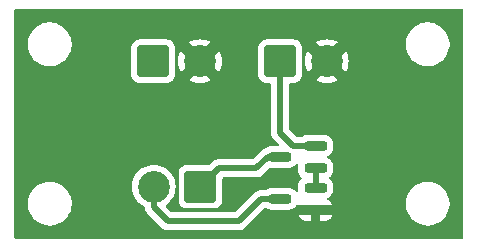
<source format=gbr>
%TF.GenerationSoftware,KiCad,Pcbnew,8.0.2*%
%TF.CreationDate,2025-01-10T12:21:57+08:00*%
%TF.ProjectId,LED_driver,4c45445f-6472-4697-9665-722e6b696361,rev?*%
%TF.SameCoordinates,Original*%
%TF.FileFunction,Copper,L2,Bot*%
%TF.FilePolarity,Positive*%
%FSLAX46Y46*%
G04 Gerber Fmt 4.6, Leading zero omitted, Abs format (unit mm)*
G04 Created by KiCad (PCBNEW 8.0.2) date 2025-01-10 12:21:57*
%MOMM*%
%LPD*%
G01*
G04 APERTURE LIST*
G04 Aperture macros list*
%AMRoundRect*
0 Rectangle with rounded corners*
0 $1 Rounding radius*
0 $2 $3 $4 $5 $6 $7 $8 $9 X,Y pos of 4 corners*
0 Add a 4 corners polygon primitive as box body*
4,1,4,$2,$3,$4,$5,$6,$7,$8,$9,$2,$3,0*
0 Add four circle primitives for the rounded corners*
1,1,$1+$1,$2,$3*
1,1,$1+$1,$4,$5*
1,1,$1+$1,$6,$7*
1,1,$1+$1,$8,$9*
0 Add four rect primitives between the rounded corners*
20,1,$1+$1,$2,$3,$4,$5,0*
20,1,$1+$1,$4,$5,$6,$7,0*
20,1,$1+$1,$6,$7,$8,$9,0*
20,1,$1+$1,$8,$9,$2,$3,0*%
G04 Aperture macros list end*
%TA.AperFunction,ComponentPad*%
%ADD10RoundRect,0.250001X1.099999X1.099999X-1.099999X1.099999X-1.099999X-1.099999X1.099999X-1.099999X0*%
%TD*%
%TA.AperFunction,ComponentPad*%
%ADD11C,2.700000*%
%TD*%
%TA.AperFunction,ComponentPad*%
%ADD12RoundRect,0.250001X-1.099999X-1.099999X1.099999X-1.099999X1.099999X1.099999X-1.099999X1.099999X0*%
%TD*%
%TA.AperFunction,SMDPad,CuDef*%
%ADD13RoundRect,0.200000X0.750000X0.200000X-0.750000X0.200000X-0.750000X-0.200000X0.750000X-0.200000X0*%
%TD*%
%TA.AperFunction,Conductor*%
%ADD14C,0.508000*%
%TD*%
G04 APERTURE END LIST*
D10*
%TO.P,J3,1,Pin_1*%
%TO.N,+12V*%
X116257500Y-80550000D03*
D11*
%TO.P,J3,2,Pin_2*%
%TO.N,/LED-*%
X112297500Y-80550000D03*
%TD*%
D12*
%TO.P,J2,1,Pin_1*%
%TO.N,/SIGNAL*%
X122992500Y-69950000D03*
D11*
%TO.P,J2,2,Pin_2*%
%TO.N,GND*%
X126952500Y-69950000D03*
%TD*%
D12*
%TO.P,J1,1,Pin_1*%
%TO.N,+12V*%
X112242500Y-69950000D03*
D11*
%TO.P,J1,2,Pin_2*%
%TO.N,GND*%
X116202500Y-69950000D03*
%TD*%
D13*
%TO.P,Q3,1,G*%
%TO.N,Net-(Q1-E)*%
X126000000Y-80650000D03*
%TO.P,Q3,2,S*%
%TO.N,GND*%
X126000000Y-82550000D03*
%TO.P,Q3,3,D*%
%TO.N,/LED-*%
X123000000Y-81600000D03*
%TD*%
%TO.P,Q1,1,B*%
%TO.N,/SIGNAL*%
X126000000Y-77100000D03*
%TO.P,Q1,2,E*%
%TO.N,Net-(Q1-E)*%
X126000000Y-79000000D03*
%TO.P,Q1,3,C*%
%TO.N,+12V*%
X123000000Y-78050000D03*
%TD*%
D14*
%TO.N,+12V*%
X121000000Y-79000000D02*
X117807500Y-79000000D01*
X121950000Y-78050000D02*
X121000000Y-79000000D01*
X123000000Y-78050000D02*
X121950000Y-78050000D01*
X117807500Y-79000000D02*
X116257500Y-80550000D01*
%TO.N,/SIGNAL*%
X124100000Y-77100000D02*
X122992500Y-75992500D01*
X126000000Y-77100000D02*
X124100000Y-77100000D01*
X122992500Y-75992500D02*
X122992500Y-69950000D01*
%TO.N,/LED-*%
X123000000Y-81600000D02*
X121400000Y-81600000D01*
X121400000Y-81600000D02*
X119500000Y-83500000D01*
X113500000Y-83500000D02*
X112297500Y-82297500D01*
X119500000Y-83500000D02*
X113500000Y-83500000D01*
X112297500Y-82297500D02*
X112297500Y-80550000D01*
%TO.N,Net-(Q1-E)*%
X126000000Y-79000000D02*
X126000000Y-80650000D01*
%TD*%
%TA.AperFunction,Conductor*%
%TO.N,GND*%
G36*
X138442539Y-65520185D02*
G01*
X138488294Y-65572989D01*
X138499500Y-65624500D01*
X138499500Y-84875500D01*
X138479815Y-84942539D01*
X138427011Y-84988294D01*
X138375500Y-84999500D01*
X100624500Y-84999500D01*
X100557461Y-84979815D01*
X100511706Y-84927011D01*
X100500500Y-84875500D01*
X100500500Y-81878711D01*
X101649500Y-81878711D01*
X101649500Y-82121288D01*
X101681161Y-82361785D01*
X101743947Y-82596104D01*
X101836773Y-82820205D01*
X101836776Y-82820212D01*
X101958064Y-83030289D01*
X101958066Y-83030292D01*
X101958067Y-83030293D01*
X102105733Y-83222736D01*
X102105739Y-83222743D01*
X102277256Y-83394260D01*
X102277262Y-83394265D01*
X102469711Y-83541936D01*
X102679788Y-83663224D01*
X102903900Y-83756054D01*
X103138211Y-83818838D01*
X103318586Y-83842584D01*
X103378711Y-83850500D01*
X103378712Y-83850500D01*
X103621289Y-83850500D01*
X103669388Y-83844167D01*
X103861789Y-83818838D01*
X104096100Y-83756054D01*
X104320212Y-83663224D01*
X104530289Y-83541936D01*
X104722738Y-83394265D01*
X104894265Y-83222738D01*
X105041936Y-83030289D01*
X105163224Y-82820212D01*
X105256054Y-82596100D01*
X105318838Y-82361789D01*
X105350500Y-82121288D01*
X105350500Y-81878712D01*
X105347589Y-81856604D01*
X105340506Y-81802796D01*
X105318838Y-81638211D01*
X105256054Y-81403900D01*
X105163224Y-81179788D01*
X105041936Y-80969711D01*
X104946625Y-80845499D01*
X104894266Y-80777263D01*
X104894260Y-80777256D01*
X104722743Y-80605739D01*
X104722736Y-80605733D01*
X104650100Y-80549998D01*
X110442273Y-80549998D01*
X110442273Y-80550001D01*
X110461157Y-80814027D01*
X110461158Y-80814034D01*
X110517421Y-81072673D01*
X110609926Y-81320690D01*
X110609928Y-81320694D01*
X110736780Y-81553005D01*
X110736785Y-81553013D01*
X110895406Y-81764907D01*
X110895422Y-81764925D01*
X111082574Y-81952077D01*
X111082592Y-81952093D01*
X111294486Y-82110714D01*
X111294494Y-82110719D01*
X111309028Y-82118655D01*
X111478427Y-82211154D01*
X111527831Y-82260558D01*
X111542999Y-82319985D01*
X111542999Y-82371812D01*
X111542999Y-82371814D01*
X111542998Y-82371814D01*
X111571993Y-82517573D01*
X111571996Y-82517583D01*
X111628866Y-82654881D01*
X111628872Y-82654892D01*
X111711442Y-82778468D01*
X111711443Y-82778469D01*
X112909600Y-83976624D01*
X112909621Y-83976647D01*
X113019029Y-84086055D01*
X113019032Y-84086057D01*
X113019034Y-84086059D01*
X113101605Y-84141230D01*
X113142611Y-84168630D01*
X113223043Y-84201945D01*
X113223044Y-84201946D01*
X113246603Y-84211704D01*
X113279920Y-84225505D01*
X113279929Y-84225506D01*
X113279930Y-84225507D01*
X113304103Y-84230315D01*
X113304110Y-84230316D01*
X113425686Y-84254501D01*
X113425688Y-84254501D01*
X113580426Y-84254501D01*
X113580446Y-84254500D01*
X119419554Y-84254500D01*
X119419574Y-84254501D01*
X119425688Y-84254501D01*
X119574314Y-84254501D01*
X119695894Y-84230315D01*
X119695894Y-84230316D01*
X119695900Y-84230313D01*
X119720080Y-84225505D01*
X119755942Y-84210649D01*
X119776944Y-84201951D01*
X119776947Y-84201949D01*
X119776955Y-84201946D01*
X119857389Y-84168630D01*
X119980966Y-84086059D01*
X121117024Y-82950000D01*
X124579123Y-82950000D01*
X124606979Y-83039392D01*
X124606981Y-83039396D01*
X124694927Y-83184877D01*
X124815122Y-83305072D01*
X124960604Y-83393019D01*
X124960603Y-83393019D01*
X125122894Y-83443590D01*
X125122893Y-83443590D01*
X125193427Y-83449999D01*
X125599999Y-83449999D01*
X126400000Y-83449999D01*
X126806581Y-83449999D01*
X126877102Y-83443591D01*
X126877107Y-83443590D01*
X127039396Y-83393018D01*
X127184877Y-83305072D01*
X127305072Y-83184877D01*
X127393018Y-83039396D01*
X127393020Y-83039392D01*
X127420876Y-82950000D01*
X126400000Y-82950000D01*
X126400000Y-83449999D01*
X125599999Y-83449999D01*
X125600000Y-83449998D01*
X125600000Y-82950000D01*
X124579123Y-82950000D01*
X121117024Y-82950000D01*
X121676205Y-82390818D01*
X121737528Y-82357334D01*
X121763886Y-82354500D01*
X121778640Y-82354500D01*
X121842788Y-82372382D01*
X121960394Y-82443478D01*
X122122804Y-82494086D01*
X122193384Y-82500500D01*
X122193387Y-82500500D01*
X123806613Y-82500500D01*
X123806616Y-82500500D01*
X123877196Y-82494086D01*
X124039606Y-82443478D01*
X124185185Y-82355472D01*
X124305472Y-82235185D01*
X124361160Y-82143066D01*
X124412686Y-82095881D01*
X124481545Y-82084042D01*
X124545874Y-82111311D01*
X124567151Y-82133728D01*
X124579124Y-82150000D01*
X127420876Y-82150000D01*
X127420876Y-82149999D01*
X127393020Y-82060607D01*
X127393018Y-82060603D01*
X127305072Y-81915122D01*
X127268661Y-81878711D01*
X133649500Y-81878711D01*
X133649500Y-82121288D01*
X133681161Y-82361785D01*
X133743947Y-82596104D01*
X133836773Y-82820205D01*
X133836776Y-82820212D01*
X133958064Y-83030289D01*
X133958066Y-83030292D01*
X133958067Y-83030293D01*
X134105733Y-83222736D01*
X134105739Y-83222743D01*
X134277256Y-83394260D01*
X134277262Y-83394265D01*
X134469711Y-83541936D01*
X134679788Y-83663224D01*
X134903900Y-83756054D01*
X135138211Y-83818838D01*
X135318586Y-83842584D01*
X135378711Y-83850500D01*
X135378712Y-83850500D01*
X135621289Y-83850500D01*
X135669388Y-83844167D01*
X135861789Y-83818838D01*
X136096100Y-83756054D01*
X136320212Y-83663224D01*
X136530289Y-83541936D01*
X136722738Y-83394265D01*
X136894265Y-83222738D01*
X137041936Y-83030289D01*
X137163224Y-82820212D01*
X137256054Y-82596100D01*
X137318838Y-82361789D01*
X137350500Y-82121288D01*
X137350500Y-81878712D01*
X137347589Y-81856604D01*
X137340506Y-81802796D01*
X137318838Y-81638211D01*
X137256054Y-81403900D01*
X137163224Y-81179788D01*
X137041936Y-80969711D01*
X136946625Y-80845499D01*
X136894266Y-80777263D01*
X136894260Y-80777256D01*
X136722743Y-80605739D01*
X136722736Y-80605733D01*
X136530293Y-80458067D01*
X136530292Y-80458066D01*
X136530289Y-80458064D01*
X136320212Y-80336776D01*
X136286481Y-80322804D01*
X136096104Y-80243947D01*
X135861785Y-80181161D01*
X135621289Y-80149500D01*
X135621288Y-80149500D01*
X135378712Y-80149500D01*
X135378711Y-80149500D01*
X135138214Y-80181161D01*
X134903895Y-80243947D01*
X134679794Y-80336773D01*
X134679785Y-80336777D01*
X134469706Y-80458067D01*
X134277263Y-80605733D01*
X134277256Y-80605739D01*
X134105739Y-80777256D01*
X134105733Y-80777263D01*
X133958067Y-80969706D01*
X133836777Y-81179785D01*
X133836773Y-81179794D01*
X133743947Y-81403895D01*
X133681161Y-81638214D01*
X133649500Y-81878711D01*
X127268661Y-81878711D01*
X127184877Y-81794927D01*
X127038451Y-81706409D01*
X126991263Y-81654881D01*
X126979425Y-81586021D01*
X127006694Y-81521693D01*
X127038451Y-81494175D01*
X127039601Y-81493479D01*
X127039606Y-81493478D01*
X127185185Y-81405472D01*
X127305472Y-81285185D01*
X127393478Y-81139606D01*
X127444086Y-80977196D01*
X127450500Y-80906616D01*
X127450500Y-80393384D01*
X127444086Y-80322804D01*
X127393478Y-80160394D01*
X127305472Y-80014815D01*
X127305470Y-80014813D01*
X127305469Y-80014811D01*
X127203339Y-79912681D01*
X127169854Y-79851358D01*
X127174838Y-79781666D01*
X127203339Y-79737319D01*
X127305468Y-79635189D01*
X127305469Y-79635188D01*
X127305472Y-79635185D01*
X127393478Y-79489606D01*
X127444086Y-79327196D01*
X127450500Y-79256616D01*
X127450500Y-78743384D01*
X127444086Y-78672804D01*
X127393478Y-78510394D01*
X127305472Y-78364815D01*
X127305470Y-78364813D01*
X127305469Y-78364811D01*
X127185188Y-78244530D01*
X127126714Y-78209181D01*
X127039606Y-78156522D01*
X127039603Y-78156521D01*
X127038935Y-78156117D01*
X126991747Y-78104589D01*
X126979909Y-78035730D01*
X127007178Y-77971401D01*
X127038935Y-77943883D01*
X127039603Y-77943478D01*
X127039606Y-77943478D01*
X127185185Y-77855472D01*
X127305472Y-77735185D01*
X127393478Y-77589606D01*
X127444086Y-77427196D01*
X127450500Y-77356616D01*
X127450500Y-76843384D01*
X127444086Y-76772804D01*
X127393478Y-76610394D01*
X127305472Y-76464815D01*
X127305470Y-76464813D01*
X127305469Y-76464811D01*
X127185188Y-76344530D01*
X127039606Y-76256522D01*
X126877196Y-76205914D01*
X126877194Y-76205913D01*
X126877192Y-76205913D01*
X126827778Y-76201423D01*
X126806616Y-76199500D01*
X125193384Y-76199500D01*
X125174145Y-76201248D01*
X125122807Y-76205913D01*
X124960393Y-76256522D01*
X124939000Y-76269455D01*
X124842788Y-76327617D01*
X124778640Y-76345500D01*
X124463886Y-76345500D01*
X124396847Y-76325815D01*
X124376205Y-76309181D01*
X123783319Y-75716294D01*
X123749834Y-75654971D01*
X123747000Y-75628613D01*
X123747000Y-71924500D01*
X123766685Y-71857461D01*
X123819489Y-71811706D01*
X123871000Y-71800500D01*
X124142503Y-71800500D01*
X124142508Y-71800500D01*
X124245297Y-71789999D01*
X124411834Y-71734814D01*
X124561155Y-71642711D01*
X124685211Y-71518655D01*
X124777314Y-71369334D01*
X124832499Y-71202797D01*
X124843000Y-71100008D01*
X124843000Y-69949998D01*
X125097774Y-69949998D01*
X125097774Y-69950001D01*
X125116652Y-70213960D01*
X125172900Y-70472528D01*
X125265384Y-70720486D01*
X125339384Y-70856006D01*
X125339385Y-70856006D01*
X126112317Y-70083074D01*
X126135165Y-70197936D01*
X126199240Y-70352626D01*
X126292262Y-70491844D01*
X126410656Y-70610238D01*
X126549874Y-70703260D01*
X126704564Y-70767335D01*
X126819424Y-70790182D01*
X126046491Y-71563114D01*
X126182018Y-71637117D01*
X126429971Y-71729599D01*
X126688539Y-71785847D01*
X126952499Y-71804726D01*
X126952501Y-71804726D01*
X127216460Y-71785847D01*
X127475028Y-71729599D01*
X127722984Y-71637116D01*
X127858507Y-71563114D01*
X127085575Y-70790182D01*
X127200436Y-70767335D01*
X127355126Y-70703260D01*
X127494344Y-70610238D01*
X127612738Y-70491844D01*
X127705760Y-70352626D01*
X127769835Y-70197936D01*
X127792682Y-70083075D01*
X128565614Y-70856007D01*
X128639616Y-70720484D01*
X128732099Y-70472528D01*
X128788347Y-70213960D01*
X128807226Y-69950001D01*
X128807226Y-69949998D01*
X128788347Y-69686039D01*
X128732099Y-69427471D01*
X128639617Y-69179519D01*
X128639617Y-69179518D01*
X128565614Y-69043991D01*
X127792682Y-69816923D01*
X127769835Y-69702064D01*
X127705760Y-69547374D01*
X127612738Y-69408156D01*
X127494344Y-69289762D01*
X127355126Y-69196740D01*
X127200436Y-69132665D01*
X127085575Y-69109817D01*
X127816680Y-68378711D01*
X133649500Y-68378711D01*
X133649500Y-68621288D01*
X133681161Y-68861785D01*
X133743947Y-69096104D01*
X133824163Y-69289762D01*
X133836776Y-69320212D01*
X133958064Y-69530289D01*
X133958066Y-69530292D01*
X133958067Y-69530293D01*
X134105733Y-69722736D01*
X134105739Y-69722743D01*
X134277256Y-69894260D01*
X134277262Y-69894265D01*
X134469711Y-70041936D01*
X134679788Y-70163224D01*
X134903900Y-70256054D01*
X135138211Y-70318838D01*
X135318586Y-70342584D01*
X135378711Y-70350500D01*
X135378712Y-70350500D01*
X135621289Y-70350500D01*
X135669388Y-70344167D01*
X135861789Y-70318838D01*
X136096100Y-70256054D01*
X136320212Y-70163224D01*
X136530289Y-70041936D01*
X136722738Y-69894265D01*
X136894265Y-69722738D01*
X137041936Y-69530289D01*
X137163224Y-69320212D01*
X137256054Y-69096100D01*
X137318838Y-68861789D01*
X137350500Y-68621288D01*
X137350500Y-68378712D01*
X137344993Y-68336885D01*
X137334514Y-68257286D01*
X137318838Y-68138211D01*
X137256054Y-67903900D01*
X137163224Y-67679788D01*
X137041936Y-67469711D01*
X136894265Y-67277262D01*
X136894260Y-67277256D01*
X136722743Y-67105739D01*
X136722736Y-67105733D01*
X136530293Y-66958067D01*
X136530292Y-66958066D01*
X136530289Y-66958064D01*
X136320212Y-66836776D01*
X136320205Y-66836773D01*
X136096104Y-66743947D01*
X135861785Y-66681161D01*
X135621289Y-66649500D01*
X135621288Y-66649500D01*
X135378712Y-66649500D01*
X135378711Y-66649500D01*
X135138214Y-66681161D01*
X134903895Y-66743947D01*
X134679794Y-66836773D01*
X134679785Y-66836777D01*
X134469706Y-66958067D01*
X134277263Y-67105733D01*
X134277256Y-67105739D01*
X134105739Y-67277256D01*
X134105733Y-67277263D01*
X133958067Y-67469706D01*
X133836777Y-67679785D01*
X133836773Y-67679794D01*
X133743947Y-67903895D01*
X133681161Y-68138214D01*
X133649500Y-68378711D01*
X127816680Y-68378711D01*
X127858506Y-68336885D01*
X127858506Y-68336884D01*
X127722986Y-68262884D01*
X127722987Y-68262884D01*
X127475028Y-68170400D01*
X127216460Y-68114152D01*
X126952501Y-68095274D01*
X126952499Y-68095274D01*
X126688539Y-68114152D01*
X126429971Y-68170400D01*
X126182013Y-68262884D01*
X126046492Y-68336884D01*
X126046492Y-68336885D01*
X126819424Y-69109817D01*
X126704564Y-69132665D01*
X126549874Y-69196740D01*
X126410656Y-69289762D01*
X126292262Y-69408156D01*
X126199240Y-69547374D01*
X126135165Y-69702064D01*
X126112317Y-69816924D01*
X125339385Y-69043992D01*
X125339384Y-69043992D01*
X125265384Y-69179513D01*
X125172900Y-69427471D01*
X125116652Y-69686039D01*
X125097774Y-69949998D01*
X124843000Y-69949998D01*
X124843000Y-68799992D01*
X124832499Y-68697203D01*
X124777314Y-68530666D01*
X124685211Y-68381345D01*
X124561155Y-68257289D01*
X124561151Y-68257286D01*
X124411837Y-68165187D01*
X124411835Y-68165186D01*
X124328565Y-68137593D01*
X124245297Y-68110001D01*
X124245295Y-68110000D01*
X124142515Y-68099500D01*
X124142508Y-68099500D01*
X121842492Y-68099500D01*
X121842484Y-68099500D01*
X121739704Y-68110000D01*
X121739703Y-68110001D01*
X121573164Y-68165186D01*
X121573162Y-68165187D01*
X121423848Y-68257286D01*
X121423844Y-68257289D01*
X121299789Y-68381344D01*
X121299786Y-68381348D01*
X121207687Y-68530662D01*
X121207686Y-68530664D01*
X121152501Y-68697203D01*
X121152500Y-68697204D01*
X121142000Y-68799984D01*
X121142000Y-71100015D01*
X121152500Y-71202795D01*
X121152501Y-71202796D01*
X121207686Y-71369335D01*
X121207687Y-71369337D01*
X121299786Y-71518651D01*
X121299789Y-71518655D01*
X121423844Y-71642710D01*
X121423848Y-71642713D01*
X121573162Y-71734812D01*
X121573164Y-71734813D01*
X121573166Y-71734814D01*
X121739703Y-71789999D01*
X121842492Y-71800500D01*
X122114000Y-71800500D01*
X122181039Y-71820185D01*
X122226794Y-71872989D01*
X122238000Y-71924500D01*
X122238000Y-75913052D01*
X122237999Y-75913078D01*
X122237999Y-75918188D01*
X122237999Y-76066812D01*
X122262184Y-76188394D01*
X122264393Y-76199500D01*
X122266995Y-76212580D01*
X122266995Y-76212581D01*
X122290553Y-76269455D01*
X122314644Y-76327617D01*
X122323870Y-76349889D01*
X122378917Y-76432273D01*
X122406442Y-76473468D01*
X122406443Y-76473469D01*
X122870794Y-76937819D01*
X122904279Y-76999142D01*
X122899295Y-77068833D01*
X122857424Y-77124767D01*
X122791959Y-77149184D01*
X122783113Y-77149500D01*
X122193384Y-77149500D01*
X122174145Y-77151248D01*
X122122807Y-77155913D01*
X121960393Y-77206522D01*
X121808397Y-77298408D01*
X121807819Y-77297451D01*
X121763446Y-77317825D01*
X121754115Y-77319682D01*
X121754103Y-77319684D01*
X121729926Y-77324492D01*
X121729917Y-77324495D01*
X121673045Y-77348052D01*
X121673045Y-77348053D01*
X121592611Y-77381370D01*
X121592609Y-77381371D01*
X121469033Y-77463941D01*
X121416487Y-77516487D01*
X121363941Y-77569034D01*
X120723794Y-78209181D01*
X120662471Y-78242666D01*
X120636113Y-78245500D01*
X117887946Y-78245500D01*
X117887926Y-78245499D01*
X117881812Y-78245499D01*
X117733188Y-78245499D01*
X117733186Y-78245499D01*
X117611605Y-78269684D01*
X117597040Y-78272581D01*
X117587418Y-78274495D01*
X117587417Y-78274495D01*
X117530545Y-78298053D01*
X117450114Y-78331368D01*
X117326531Y-78413942D01*
X117326530Y-78413943D01*
X117077294Y-78663181D01*
X117015971Y-78696666D01*
X116989613Y-78699500D01*
X115107484Y-78699500D01*
X115004704Y-78710000D01*
X115004703Y-78710001D01*
X114838164Y-78765186D01*
X114838162Y-78765187D01*
X114688848Y-78857286D01*
X114688844Y-78857289D01*
X114564789Y-78981344D01*
X114564786Y-78981348D01*
X114472687Y-79130662D01*
X114472686Y-79130664D01*
X114417501Y-79297203D01*
X114417500Y-79297204D01*
X114407000Y-79399984D01*
X114407000Y-81700015D01*
X114417500Y-81802795D01*
X114417501Y-81802796D01*
X114472686Y-81969335D01*
X114472687Y-81969337D01*
X114564786Y-82118651D01*
X114564789Y-82118655D01*
X114688844Y-82242710D01*
X114688848Y-82242713D01*
X114838162Y-82334812D01*
X114838164Y-82334813D01*
X114838166Y-82334814D01*
X115004703Y-82389999D01*
X115107492Y-82400500D01*
X115107497Y-82400500D01*
X117407503Y-82400500D01*
X117407508Y-82400500D01*
X117510297Y-82389999D01*
X117676834Y-82334814D01*
X117826155Y-82242711D01*
X117950211Y-82118655D01*
X118042314Y-81969334D01*
X118097499Y-81802797D01*
X118108000Y-81700008D01*
X118108000Y-79878500D01*
X118127685Y-79811461D01*
X118180489Y-79765706D01*
X118232000Y-79754500D01*
X120919554Y-79754500D01*
X120919574Y-79754501D01*
X120925688Y-79754501D01*
X121074314Y-79754501D01*
X121195894Y-79730315D01*
X121195894Y-79730316D01*
X121195900Y-79730313D01*
X121220080Y-79725505D01*
X121255942Y-79710649D01*
X121276944Y-79701951D01*
X121276947Y-79701949D01*
X121276955Y-79701946D01*
X121357389Y-79668630D01*
X121480966Y-79586059D01*
X122081863Y-78985160D01*
X122143184Y-78951677D01*
X122180766Y-78949353D01*
X122193384Y-78950500D01*
X122193385Y-78950500D01*
X123806613Y-78950500D01*
X123806616Y-78950500D01*
X123877196Y-78944086D01*
X124039606Y-78893478D01*
X124185185Y-78805472D01*
X124305472Y-78685185D01*
X124320607Y-78660147D01*
X124372132Y-78612962D01*
X124440991Y-78601122D01*
X124505320Y-78628389D01*
X124544695Y-78686107D01*
X124550215Y-78735510D01*
X124549500Y-78743385D01*
X124549500Y-79256613D01*
X124555913Y-79327192D01*
X124555913Y-79327194D01*
X124555914Y-79327196D01*
X124578595Y-79399984D01*
X124606522Y-79489606D01*
X124694530Y-79635188D01*
X124796661Y-79737319D01*
X124830146Y-79798642D01*
X124825162Y-79868334D01*
X124796661Y-79912681D01*
X124694531Y-80014810D01*
X124694530Y-80014811D01*
X124606522Y-80160393D01*
X124555913Y-80322807D01*
X124549500Y-80393386D01*
X124549500Y-80906613D01*
X124550215Y-80914488D01*
X124536673Y-80983033D01*
X124488223Y-81033375D01*
X124420247Y-81049532D01*
X124354327Y-81026373D01*
X124320606Y-80989850D01*
X124316485Y-80983033D01*
X124305472Y-80964815D01*
X124305471Y-80964814D01*
X124305468Y-80964810D01*
X124185188Y-80844530D01*
X124039606Y-80756522D01*
X123877196Y-80705914D01*
X123877194Y-80705913D01*
X123877192Y-80705913D01*
X123827778Y-80701423D01*
X123806616Y-80699500D01*
X122193384Y-80699500D01*
X122174145Y-80701248D01*
X122122807Y-80705913D01*
X121960393Y-80756522D01*
X121926096Y-80777256D01*
X121842788Y-80827617D01*
X121778640Y-80845500D01*
X121480446Y-80845500D01*
X121480426Y-80845499D01*
X121474312Y-80845499D01*
X121325688Y-80845499D01*
X121325686Y-80845499D01*
X121204105Y-80869684D01*
X121189540Y-80872581D01*
X121179918Y-80874495D01*
X121179917Y-80874495D01*
X121123045Y-80898052D01*
X121123045Y-80898053D01*
X121083368Y-80914488D01*
X121042609Y-80931371D01*
X120919033Y-81013941D01*
X120883443Y-81049532D01*
X120813941Y-81119034D01*
X119223794Y-82709181D01*
X119162471Y-82742666D01*
X119136113Y-82745500D01*
X113863886Y-82745500D01*
X113796847Y-82725815D01*
X113776205Y-82709181D01*
X113331489Y-82264464D01*
X113298004Y-82203141D01*
X113302988Y-82133449D01*
X113344858Y-82077517D01*
X113512415Y-81952087D01*
X113699587Y-81764915D01*
X113858216Y-81553011D01*
X113985074Y-81320689D01*
X114077577Y-81072678D01*
X114133843Y-80814026D01*
X114152727Y-80550000D01*
X114133843Y-80285974D01*
X114077577Y-80027322D01*
X113985074Y-79779311D01*
X113978092Y-79766525D01*
X113858219Y-79546994D01*
X113858214Y-79546986D01*
X113699593Y-79335092D01*
X113699577Y-79335074D01*
X113512425Y-79147922D01*
X113512407Y-79147906D01*
X113300513Y-78989285D01*
X113300505Y-78989280D01*
X113068194Y-78862428D01*
X113068190Y-78862426D01*
X112820173Y-78769921D01*
X112561534Y-78713658D01*
X112561527Y-78713657D01*
X112297501Y-78694773D01*
X112297499Y-78694773D01*
X112033472Y-78713657D01*
X112033465Y-78713658D01*
X111774826Y-78769921D01*
X111526809Y-78862426D01*
X111526805Y-78862428D01*
X111294494Y-78989280D01*
X111294486Y-78989285D01*
X111082592Y-79147906D01*
X111082574Y-79147922D01*
X110895422Y-79335074D01*
X110895406Y-79335092D01*
X110736785Y-79546986D01*
X110736780Y-79546994D01*
X110609928Y-79779305D01*
X110609926Y-79779309D01*
X110517421Y-80027326D01*
X110461158Y-80285965D01*
X110461157Y-80285972D01*
X110442273Y-80549998D01*
X104650100Y-80549998D01*
X104530293Y-80458067D01*
X104530292Y-80458066D01*
X104530289Y-80458064D01*
X104320212Y-80336776D01*
X104286481Y-80322804D01*
X104096104Y-80243947D01*
X103861785Y-80181161D01*
X103621289Y-80149500D01*
X103621288Y-80149500D01*
X103378712Y-80149500D01*
X103378711Y-80149500D01*
X103138214Y-80181161D01*
X102903895Y-80243947D01*
X102679794Y-80336773D01*
X102679785Y-80336777D01*
X102469706Y-80458067D01*
X102277263Y-80605733D01*
X102277256Y-80605739D01*
X102105739Y-80777256D01*
X102105733Y-80777263D01*
X101958067Y-80969706D01*
X101836777Y-81179785D01*
X101836773Y-81179794D01*
X101743947Y-81403895D01*
X101681161Y-81638214D01*
X101649500Y-81878711D01*
X100500500Y-81878711D01*
X100500500Y-68378711D01*
X101649500Y-68378711D01*
X101649500Y-68621288D01*
X101681161Y-68861785D01*
X101743947Y-69096104D01*
X101824163Y-69289762D01*
X101836776Y-69320212D01*
X101958064Y-69530289D01*
X101958066Y-69530292D01*
X101958067Y-69530293D01*
X102105733Y-69722736D01*
X102105739Y-69722743D01*
X102277256Y-69894260D01*
X102277262Y-69894265D01*
X102469711Y-70041936D01*
X102679788Y-70163224D01*
X102903900Y-70256054D01*
X103138211Y-70318838D01*
X103318586Y-70342584D01*
X103378711Y-70350500D01*
X103378712Y-70350500D01*
X103621289Y-70350500D01*
X103669388Y-70344167D01*
X103861789Y-70318838D01*
X104096100Y-70256054D01*
X104320212Y-70163224D01*
X104530289Y-70041936D01*
X104722738Y-69894265D01*
X104894265Y-69722738D01*
X105041936Y-69530289D01*
X105163224Y-69320212D01*
X105256054Y-69096100D01*
X105318838Y-68861789D01*
X105326975Y-68799984D01*
X110392000Y-68799984D01*
X110392000Y-71100015D01*
X110402500Y-71202795D01*
X110402501Y-71202796D01*
X110457686Y-71369335D01*
X110457687Y-71369337D01*
X110549786Y-71518651D01*
X110549789Y-71518655D01*
X110673844Y-71642710D01*
X110673848Y-71642713D01*
X110823162Y-71734812D01*
X110823164Y-71734813D01*
X110823166Y-71734814D01*
X110989703Y-71789999D01*
X111092492Y-71800500D01*
X111092497Y-71800500D01*
X113392503Y-71800500D01*
X113392508Y-71800500D01*
X113495297Y-71789999D01*
X113661834Y-71734814D01*
X113811155Y-71642711D01*
X113935211Y-71518655D01*
X114027314Y-71369334D01*
X114082499Y-71202797D01*
X114093000Y-71100008D01*
X114093000Y-69949998D01*
X114347774Y-69949998D01*
X114347774Y-69950001D01*
X114366652Y-70213960D01*
X114422900Y-70472528D01*
X114515384Y-70720486D01*
X114589384Y-70856006D01*
X114589385Y-70856006D01*
X115362317Y-70083074D01*
X115385165Y-70197936D01*
X115449240Y-70352626D01*
X115542262Y-70491844D01*
X115660656Y-70610238D01*
X115799874Y-70703260D01*
X115954564Y-70767335D01*
X116069424Y-70790182D01*
X115296491Y-71563114D01*
X115432018Y-71637117D01*
X115679971Y-71729599D01*
X115938539Y-71785847D01*
X116202499Y-71804726D01*
X116202501Y-71804726D01*
X116466460Y-71785847D01*
X116725028Y-71729599D01*
X116972984Y-71637116D01*
X117108507Y-71563114D01*
X116335575Y-70790182D01*
X116450436Y-70767335D01*
X116605126Y-70703260D01*
X116744344Y-70610238D01*
X116862738Y-70491844D01*
X116955760Y-70352626D01*
X117019835Y-70197936D01*
X117042682Y-70083075D01*
X117815614Y-70856007D01*
X117889616Y-70720484D01*
X117982099Y-70472528D01*
X118038347Y-70213960D01*
X118057226Y-69950001D01*
X118057226Y-69949998D01*
X118038347Y-69686039D01*
X117982099Y-69427471D01*
X117889617Y-69179519D01*
X117889617Y-69179518D01*
X117815614Y-69043991D01*
X117042682Y-69816923D01*
X117019835Y-69702064D01*
X116955760Y-69547374D01*
X116862738Y-69408156D01*
X116744344Y-69289762D01*
X116605126Y-69196740D01*
X116450436Y-69132665D01*
X116335575Y-69109817D01*
X117108506Y-68336885D01*
X117108506Y-68336884D01*
X116972986Y-68262884D01*
X116972987Y-68262884D01*
X116725028Y-68170400D01*
X116466460Y-68114152D01*
X116202501Y-68095274D01*
X116202499Y-68095274D01*
X115938539Y-68114152D01*
X115679971Y-68170400D01*
X115432013Y-68262884D01*
X115296492Y-68336884D01*
X115296492Y-68336885D01*
X116069424Y-69109817D01*
X115954564Y-69132665D01*
X115799874Y-69196740D01*
X115660656Y-69289762D01*
X115542262Y-69408156D01*
X115449240Y-69547374D01*
X115385165Y-69702064D01*
X115362317Y-69816924D01*
X114589385Y-69043992D01*
X114589384Y-69043992D01*
X114515384Y-69179513D01*
X114422900Y-69427471D01*
X114366652Y-69686039D01*
X114347774Y-69949998D01*
X114093000Y-69949998D01*
X114093000Y-68799992D01*
X114082499Y-68697203D01*
X114027314Y-68530666D01*
X113935211Y-68381345D01*
X113811155Y-68257289D01*
X113811151Y-68257286D01*
X113661837Y-68165187D01*
X113661835Y-68165186D01*
X113578565Y-68137593D01*
X113495297Y-68110001D01*
X113495295Y-68110000D01*
X113392515Y-68099500D01*
X113392508Y-68099500D01*
X111092492Y-68099500D01*
X111092484Y-68099500D01*
X110989704Y-68110000D01*
X110989703Y-68110001D01*
X110823164Y-68165186D01*
X110823162Y-68165187D01*
X110673848Y-68257286D01*
X110673844Y-68257289D01*
X110549789Y-68381344D01*
X110549786Y-68381348D01*
X110457687Y-68530662D01*
X110457686Y-68530664D01*
X110402501Y-68697203D01*
X110402500Y-68697204D01*
X110392000Y-68799984D01*
X105326975Y-68799984D01*
X105350500Y-68621288D01*
X105350500Y-68378712D01*
X105344993Y-68336885D01*
X105334514Y-68257286D01*
X105318838Y-68138211D01*
X105256054Y-67903900D01*
X105163224Y-67679788D01*
X105041936Y-67469711D01*
X104894265Y-67277262D01*
X104894260Y-67277256D01*
X104722743Y-67105739D01*
X104722736Y-67105733D01*
X104530293Y-66958067D01*
X104530292Y-66958066D01*
X104530289Y-66958064D01*
X104320212Y-66836776D01*
X104320205Y-66836773D01*
X104096104Y-66743947D01*
X103861785Y-66681161D01*
X103621289Y-66649500D01*
X103621288Y-66649500D01*
X103378712Y-66649500D01*
X103378711Y-66649500D01*
X103138214Y-66681161D01*
X102903895Y-66743947D01*
X102679794Y-66836773D01*
X102679785Y-66836777D01*
X102469706Y-66958067D01*
X102277263Y-67105733D01*
X102277256Y-67105739D01*
X102105739Y-67277256D01*
X102105733Y-67277263D01*
X101958067Y-67469706D01*
X101836777Y-67679785D01*
X101836773Y-67679794D01*
X101743947Y-67903895D01*
X101681161Y-68138214D01*
X101649500Y-68378711D01*
X100500500Y-68378711D01*
X100500500Y-65624500D01*
X100520185Y-65557461D01*
X100572989Y-65511706D01*
X100624500Y-65500500D01*
X138375500Y-65500500D01*
X138442539Y-65520185D01*
G37*
%TD.AperFunction*%
%TD*%
M02*

</source>
